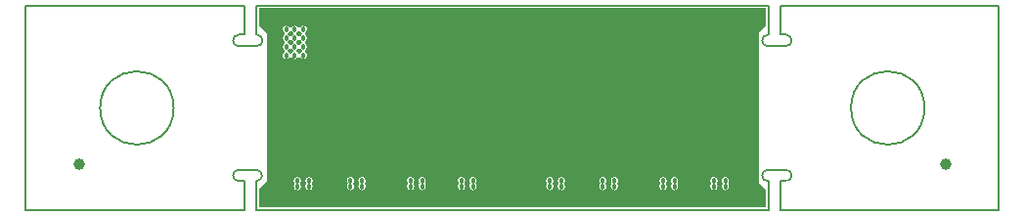
<source format=gbr>
G04 CAM350/DFMSTREAM V12.2 (Build 1155) Date:  Thu Aug 08 15:54:00 2019 *
G04 Database: C:\Users\ptome\Documents\Data - Open Quotes\PURDUE UNIVERSITY\CPC_MOCKUP_HDI_1X2_V2 REV 2.00\CPC_MOCKUP_HDI_1X2_V2 REV 2.00.cam *
G04 Layer 7: L3 *
%FSLAX44Y44*%
%MOIN*%
%SFA1.000B1.000*%

%MIA0B0*%
%IPPOS*%
%ADD10C,0.03937*%
%ADD21C,0.01800*%
%ADD23C,0.00500*%
%LNL3*%
%LPD*%
G36*
X7992Y98D02*
G01Y728D01*
X8228Y965*
Y6043*
X7992Y6280*
Y6890*
X25256*
Y6299*
X25000Y6043*
Y945*
X25256Y689*
Y98*
X7992*
G37*
%LPC*%
G36*
X9198Y706D02*
G75*
G03X9373Y717I82J101D01*
X9409Y807I-93J90*
X9377Y892I-129J0*
G02X9372Y906I15J13*
X9377Y919I20J0*
G03X9387Y932I-97J85*
X9409Y1004I-107J72*
X9361Y1105I-129J0*
X9186Y1094I-82J-101*
X9150Y1004I93J-90*
X9182Y919I129J0*
G02X9187Y906I-15J-13*
X9182Y892I-20J-1*
G03X9172Y879I97J-85*
X9150Y807I107J-72*
X9198Y706I129J0*
G37*
G36*
X9592D02*
G03X9767Y717I82J101D01*
X9803Y807I-93J90*
X9771Y892I-129J0*
G02X9766Y906I15J13*
X9771Y919I20J0*
G03X9781Y932I-97J85*
X9803Y1004I-107J72*
X9754Y1105I-129J0*
X9580Y1094I-81J-101*
X9544Y1004I93J-90*
X9576Y919I129J0*
G02X9581Y906I-15J-13*
X9576Y892I-20J-1*
G03X9566Y879I97J-85*
X9544Y807I107J-72*
X9592Y706I129J0*
G37*
G36*
X11009D02*
G03X11184Y717I82J101D01*
X11220Y807I-93J90*
X11188Y892I-129J0*
G02X11183Y906I15J13*
X11188Y919I20J0*
G03X11198Y932I-97J85*
X11220Y1004I-107J72*
X11172Y1105I-129J0*
X10997Y1094I-82J-101*
X10961Y1004I93J-90*
X10993Y919I129J0*
G02X10998Y906I-15J-13*
X10993Y892I-20J-1*
G03X10983Y879I97J-85*
X10961Y807I107J-72*
X11009Y706I129J0*
G37*
G36*
X11403D02*
G03X11578Y717I82J101D01*
X11614Y807I-93J90*
X11582Y892I-129J0*
G02X11577Y906I15J13*
X11582Y919I20J0*
G03X11592Y932I-97J85*
X11614Y1004I-107J72*
X11565Y1105I-129J0*
X11391Y1094I-81J-101*
X11355Y1004I93J-90*
X11387Y919I129J0*
G02X11392Y906I-15J-13*
X11387Y892I-20J-1*
G03X11377Y879I97J-85*
X11355Y807I107J-72*
X11403Y706I129J0*
G37*
G36*
X13057D02*
G03X13231Y717I81J101D01*
X13267Y807I-93J90*
X13235Y892I-129J0*
G02X13230Y906I15J13*
X13235Y919I20J0*
G03X13245Y932I-97J85*
X13267Y1004I-107J72*
X13219Y1105I-129J0*
X13044Y1094I-82J-101*
X13008Y1004I93J-90*
X13040Y919I129J0*
G02X13045Y906I-15J-13*
X13040Y892I-20J-1*
G03X13030Y879I97J-85*
X13008Y807I107J-72*
X13057Y706I129J0*
G37*
G36*
X13450D02*
G03X13625Y717I82J101D01*
X13661Y807I-93J90*
X13629Y892I-129J0*
G02X13624Y906I15J13*
X13629Y919I20J0*
G03X13639Y932I-97J85*
X13661Y1004I-107J72*
X13613Y1105I-129J0*
X13438Y1094I-82J-101*
X13402Y1004I93J-90*
X13434Y919I129J0*
G02X13439Y906I-15J-13*
X13434Y892I-20J-1*
G03X13424Y879I97J-85*
X13402Y807I107J-72*
X13450Y706I129J0*
G37*
G36*
X14789D02*
G03X14963Y717I81J101D01*
X15000Y807I-92J91*
X14967Y892I-129J-1*
G02X14963Y906I16J12*
X14967Y919I20J1*
G03X14978Y932I-93J90*
X15000Y1004I-107J72*
X14951Y1105I-129J0*
X14777Y1094I-81J-101*
X14741Y1004I93J-90*
X14773Y919I129J0*
G02X14778Y906I-15J-13*
X14773Y892I-20J-1*
G03X14763Y879I97J-85*
X14741Y807I107J-72*
X14789Y706I129J0*
G37*
G36*
X15183D02*
G03X15357Y717I81J101D01*
X15393Y807I-93J90*
X15361Y892I-129J0*
G02X15356Y906I15J13*
X15361Y919I20J0*
G03X15371Y932I-97J85*
X15393Y1004I-107J72*
X15345Y1105I-129J0*
X15170Y1094I-82J-101*
X15134Y1004I93J-90*
X15166Y919I129J0*
G02X15171Y906I-15J-13*
X15166Y892I-20J-1*
G03X15156Y879I97J-85*
X15134Y807I107J-72*
X15183Y706I129J0*
G37*
G36*
X17801D02*
G03X17975Y717I81J101D01*
X18011Y807I-93J90*
X17979Y892I-129J0*
G02X17974Y906I15J13*
X17979Y919I20J0*
G03X17989Y932I-97J85*
X18011Y1004I-107J72*
X17963Y1105I-129J0*
X17788Y1094I-82J-101*
X17752Y1004I93J-90*
X17784Y919I129J0*
G02X17789Y906I-15J-13*
X17784Y892I-20J-1*
G03X17774Y879I97J-85*
X17752Y807I107J-72*
X17801Y706I129J0*
G37*
G36*
X18194D02*
G03X18369Y717I82J101D01*
X18405Y807I-93J90*
X18373Y892I-129J0*
G02X18368Y906I15J13*
X18373Y919I20J0*
G03X18383Y932I-97J85*
X18405Y1004I-107J72*
X18357Y1105I-129J0*
X18182Y1094I-82J-101*
X18146Y1004I93J-90*
X18178Y919I129J0*
G02X18183Y906I-15J-13*
X18178Y892I-20J-1*
G03X18168Y879I97J-85*
X18146Y807I107J-72*
X18194Y706I129J0*
G37*
G36*
X19612D02*
G03X19786Y717I81J101D01*
X19822Y807I-93J90*
X19790Y892I-129J0*
G02X19785Y906I15J13*
X19790Y919I20J0*
G03X19800Y932I-97J85*
X19822Y1004I-107J72*
X19774Y1105I-129J0*
X19600Y1094I-81J-101*
X19563Y1004I92J-91*
X19596Y919I129J1*
G02X19600Y906I-16J-12*
X19596Y892I-20J-2*
G03X19585Y879I93J-90*
X19563Y807I107J-72*
X19612Y706I129J0*
G37*
G36*
X20005D02*
G03X20180Y717I82J101D01*
X20216Y807I-93J90*
X20184Y892I-129J0*
G02X20179Y906I15J13*
X20184Y919I20J0*
G03X20194Y932I-97J85*
X20216Y1004I-107J72*
X20168Y1105I-129J0*
X19993Y1094I-82J-101*
X19957Y1004I93J-90*
X19989Y919I129J0*
G02X19994Y906I-15J-13*
X19989Y892I-20J-1*
G03X19979Y879I97J-85*
X19957Y807I107J-72*
X20005Y706I129J0*
G37*
G36*
X21659D02*
G03X21834Y717I82J101D01*
X21870Y807I-93J90*
X21838Y892I-129J0*
G02X21833Y906I15J13*
X21838Y919I20J0*
G03X21848Y932I-97J85*
X21870Y1004I-107J72*
X21821Y1105I-129J0*
X21647Y1094I-81J-101*
X21611Y1004I93J-90*
X21643Y919I129J0*
G02X21648Y906I-15J-13*
X21643Y892I-20J-1*
G03X21633Y879I97J-85*
X21611Y807I107J-72*
X21659Y706I129J0*
G37*
G36*
X22053D02*
G03X22227Y717I81J101D01*
X22263Y807I-93J90*
X22231Y892I-129J0*
G02X22226Y906I15J13*
X22231Y919I20J0*
G03X22241Y932I-97J85*
X22263Y1004I-107J72*
X22215Y1105I-129J0*
X22040Y1094I-82J-101*
X22004Y1004I93J-90*
X22036Y919I129J0*
G02X22041Y906I-15J-13*
X22036Y892I-20J-1*
G03X22026Y879I97J-85*
X22004Y807I107J-72*
X22053Y706I129J0*
G37*
G36*
X23391D02*
G03X23566Y717I82J101D01*
X23602Y807I-93J90*
X23570Y892I-129J0*
G02X23565Y906I15J13*
X23570Y919I20J0*
G03X23580Y932I-97J85*
X23602Y1004I-107J72*
X23554Y1105I-129J0*
X23379Y1094I-82J-101*
X23343Y1004I93J-90*
X23375Y919I129J0*
G02X23380Y906I-15J-13*
X23375Y892I-20J-1*
G03X23365Y879I97J-85*
X23343Y807I107J-72*
X23391Y706I129J0*
G37*
G36*
X23785D02*
G03X23960Y717I82J101D01*
X23996Y807I-93J90*
X23964Y892I-129J0*
G02X23959Y906I15J13*
X23964Y919I20J0*
G03X23974Y932I-97J85*
X23996Y1004I-107J72*
X23947Y1105I-129J0*
X23773Y1094I-81J-101*
X23737Y1004I93J-90*
X23769Y919I129J0*
G02X23774Y906I-15J-13*
X23769Y892I-20J-1*
G03X23759Y879I97J-85*
X23737Y807I107J-72*
X23785Y706I129J0*
G37*
G36*
X8807Y5183D02*
G03X9010Y5212I90J93D01*
G02X9080I35J-19*
G03X9306I113J63*
G02X9375I35J-20*
G03X9581Y5185I113J63*
X9618Y5276I-92J91*
X9552Y5388I-129J-1*
G02X9531Y5423I19J35*
X9552Y5458I40J0*
G03X9618Y5571I-63J113*
X9552Y5684I-129J0*
G02X9531Y5719I19J35*
X9552Y5753I40J-1*
G03X9618Y5866I-63J113*
X9552Y5979I-129J0*
G02X9531Y6014I19J35*
X9552Y6049I40J0*
G03X9618Y6161I-63J113*
X9579Y6254I-129J0*
X9375Y6225I-91J-92*
G02X9306I-34J20*
G03X9080I-113J-63*
G02X9010I-35J19*
G03X8805Y6252I-113J-64*
X8768Y6161I92J-91*
X8834Y6049I129J1*
G02X8854Y6014I-20J-35*
X8834Y5979I-40J0*
G03X8768Y5866I63J-113*
X8834Y5753I129J0*
G02X8854Y5719I-20J-35*
X8834Y5684I-40J0*
G03X8768Y5571I63J-113*
X8834Y5458I129J0*
G02X8854Y5423I-20J-35*
X8834Y5388I-40J0*
G03X8768Y5276I63J-113*
X8807Y5183I129J0*
G37*
%LPD*%
G36*
X8941Y5719D02*
G02X8961Y5753I40J-1D01*
G03X9010Y5803I-65J112*
G02X9080I35J-19*
G03X9129Y5753I114J62*
G02X9150Y5719I-19J-35*
X9129Y5684I-40J0*
G03X9080Y5634I65J-112*
G02X9010I-35J19*
G03X8961Y5684I-114J-62*
G02X8941Y5719I20J35*
G37*
G36*
Y6014D02*
G02X8961Y6049I40J0D01*
G03X9010Y6098I-64J113*
G02X9080I35J-19*
G03X9129Y6049I113J64*
G02X9150Y6014I-19J-35*
X9129Y5979I-40J0*
G03X9080Y5930I64J-113*
G02X9010I-35J19*
G03X8961Y5979I-113J-64*
G02X8941Y6014I20J35*
G37*
G36*
X9236Y5423D02*
G02X9256Y5458I40J0D01*
G03X9306Y5507I-62J114*
G02X9375I35J-20*
G03X9425Y5458I112J65*
G02X9445Y5423I-20J-35*
X9425Y5388I-40J0*
G03X9375Y5339I62J-114*
G02X9306I-34J20*
G03X9256Y5388I-112J-65*
G02X9236Y5423I20J35*
G37*
G36*
Y5719D02*
G02X9256Y5753I40J-1D01*
G03X9306Y5803I-63J113*
G02X9375I35J-20*
G03X9425Y5753I113J63*
G02X9445Y5719I-20J-35*
X9425Y5684I-40J0*
G03X9375Y5634I63J-113*
G02X9306I-34J20*
G03X9256Y5684I-113J-63*
G02X9236Y5719I20J35*
G37*
G36*
Y6014D02*
G02X9256Y6049I40J0D01*
G03X9306Y6098I-62J114*
G02X9375I35J-20*
G03X9425Y6049I112J65*
G02X9445Y6014I-20J-35*
X9425Y5979I-40J0*
G03X9375Y5930I62J-114*
G02X9306I-34J20*
G03X9256Y5979I-112J-65*
G02X9236Y6014I20J35*
G37*
G36*
X8941Y5423D02*
G02X8961Y5458I40J0D01*
G03X9010Y5507I-64J113*
G02X9080I35J-19*
G03X9129Y5458I113J64*
G02X9150Y5423I-19J-35*
X9129Y5388I-40J0*
G03X9080Y5339I64J-113*
G02X9010I-35J19*
G03X8961Y5388I-113J-64*
G02X8941Y5423I20J35*
G37*
G54D10*
X1841Y1575D03*
X31368D03*
G54D21*
X9016Y807D03*
Y1398D03*
X9280Y1004D03*
Y807D03*
X9449Y3760D03*
X9488Y5571D03*
X9193D03*
X8898D03*
X9488Y5276D03*
X9193D03*
X8898D03*
X9193Y5866D03*
Y6161D03*
X9488D03*
X8898D03*
Y5866D03*
X9488D03*
X10827Y807D03*
Y1398D03*
X9961D03*
Y807D03*
X9673Y1004D03*
Y807D03*
X11772Y1398D03*
Y807D03*
X11091Y1004D03*
X11484D03*
Y807D03*
X11091D03*
X12874D03*
Y1398D03*
X13138Y1004D03*
X13531D03*
Y807D03*
X13138D03*
X14606D03*
Y1398D03*
X13819Y807D03*
Y1398D03*
X14870Y1004D03*
Y807D03*
X15551D03*
Y1398D03*
X15264Y1004D03*
Y807D03*
X16142Y3760D03*
X15531Y5276D03*
Y5571D03*
X15236D03*
X14941D03*
X15236Y5276D03*
X14941D03*
X15531Y5866D03*
Y6161D03*
X15236D03*
X14941D03*
Y5866D03*
X15236D03*
X17618Y807D03*
Y1398D03*
X18563D03*
Y807D03*
X17882D03*
X18276D03*
Y1004D03*
X17882D03*
X18110Y3760D03*
X19429Y807D03*
Y1398D03*
X19693Y807D03*
X20087D03*
Y1004D03*
X19693D03*
X20374Y1398D03*
Y807D03*
X21476D03*
Y1398D03*
X22421D03*
Y807D03*
X21740D03*
X22134D03*
Y1004D03*
X21740D03*
X23209Y807D03*
X24154D03*
Y1398D03*
X23209D03*
X23472Y1004D03*
Y807D03*
X23866D03*
Y1004D03*
X24803Y3760D03*
G54D23*
X0Y0D02*
G01X7480D01*
Y984*
X7283*
Y1378D02*
G03X7283Y984J-197D01*
Y1378D02*
G01X7894D01*
Y984D02*
G03X7894Y1378I-20J197D01*
Y984D02*
G01X7874D01*
Y0*
X25335*
Y984*
X25315*
Y1378D02*
G03X25315Y984J-197D01*
Y1378D02*
G01X25925D01*
Y984D02*
G03X25925Y1378J197D01*
Y984D02*
G01X25728D01*
Y0*
X33189*
Y6969*
X25728*
Y5984*
X25925*
Y5591D02*
G03X25925Y5984J197D01*
Y5591D02*
G01X25315D01*
Y5984D02*
G03X25315Y5591J-197D01*
Y5984D02*
G01X25335D01*
Y6969*
X7874*
Y5984*
X7894*
Y5591D02*
G03X7894Y5984J197D01*
Y5591D02*
G01X7283D01*
Y5984D02*
G03X7283Y5591J-197D01*
Y5984D02*
G01X7480D01*
Y6969*
X0*
Y0*
X5061Y3484D02*
G03X5061Y3484I-1252D01*
X30652D02*
G03X30652Y3484I-1252D01*
M02*

</source>
